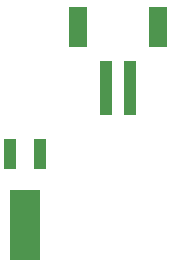
<source format=gbr>
G04 EAGLE Gerber RS-274X export*
G75*
%MOMM*%
%FSLAX34Y34*%
%LPD*%
%INSolderpaste Bottom*%
%IPPOS*%
%AMOC8*
5,1,8,0,0,1.08239X$1,22.5*%
G01*
%ADD10R,2.500000X6.000000*%
%ADD11R,1.000000X2.500000*%
%ADD12R,1.000000X4.600000*%
%ADD13R,1.600000X3.400000*%


D10*
X27940Y126350D03*
D11*
X40640Y186350D03*
X15240Y186350D03*
D12*
X116680Y242400D03*
X96680Y242400D03*
D13*
X140680Y294400D03*
X72680Y294400D03*
M02*

</source>
